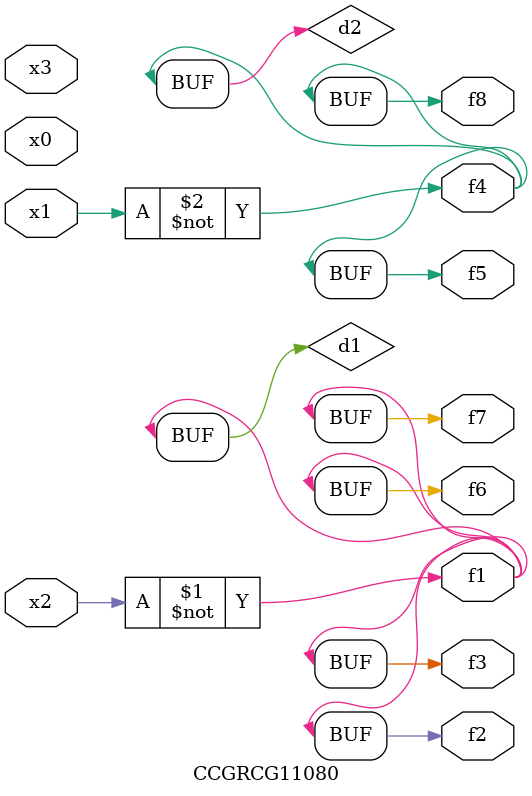
<source format=v>
module CCGRCG11080(
	input x0, x1, x2, x3,
	output f1, f2, f3, f4, f5, f6, f7, f8
);

	wire d1, d2;

	xnor (d1, x2);
	not (d2, x1);
	assign f1 = d1;
	assign f2 = d1;
	assign f3 = d1;
	assign f4 = d2;
	assign f5 = d2;
	assign f6 = d1;
	assign f7 = d1;
	assign f8 = d2;
endmodule

</source>
